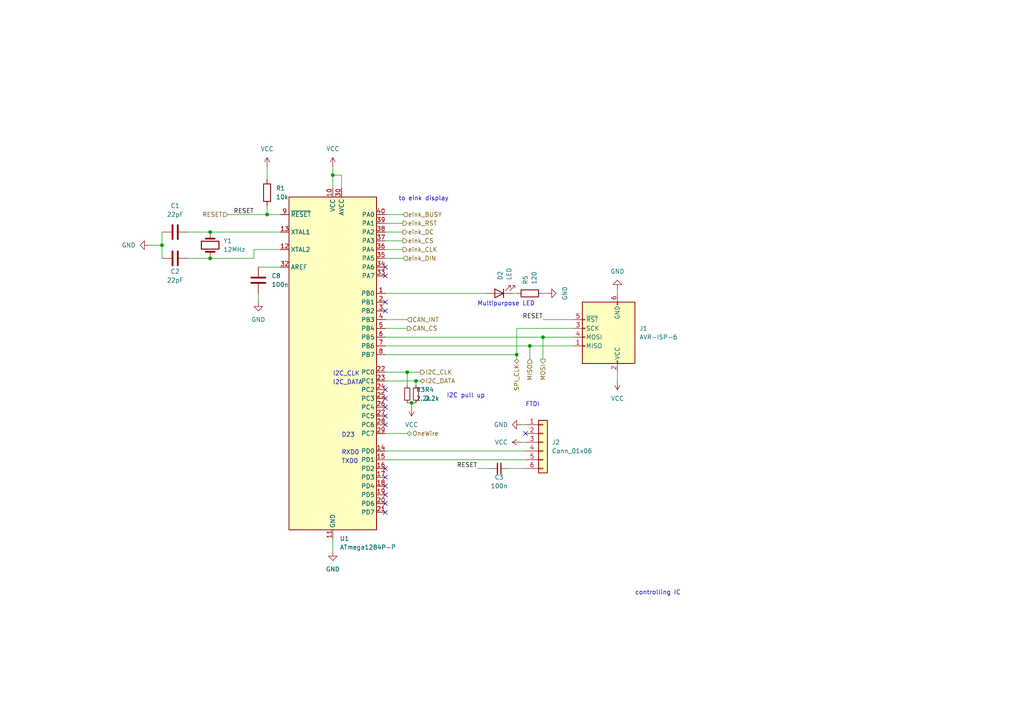
<source format=kicad_sch>
(kicad_sch (version 20211123) (generator eeschema)
  (paper "A4")
  (lib_symbols
    (symbol "Connector:AVR-ISP-6" (pin_names (offset 1.016))
      (property "Reference" "J" (at -6.35 11.43 0))
      (property "Value" "AVR-ISP-6" (at 0 11.43 0))
      (symbol "AVR-ISP-6_0_1"
        (rectangle (start -2.667 -6.858) (end -2.413 -7.62))
        (rectangle (start -2.667 10.16) (end -2.413 9.398))
        (rectangle (start 7.62 -2.413) (end 6.858 -2.667))
        (rectangle (start 7.62 0.127) (end 6.858 -0.127))
        (rectangle (start 7.62 2.667) (end 6.858 2.413))
        (rectangle (start 7.62 5.207) (end 6.858 4.953))
        (rectangle (start 7.62 10.16) (end -7.62 -7.62) (stroke (width 0.254)) (fill (type background)))
      )
      (symbol "AVR-ISP-6_1_1"
        (pin passive line (at 10.16 5.08 180) (length 2.54) (name "MISO") (number "1"))
        (pin passive line (at -2.54 12.7 270) (length 2.54) (name "VCC") (number "2"))
        (pin passive line (at 10.16 0 180) (length 2.54) (name "SCK") (number "3"))
        (pin passive line (at 10.16 2.54 180) (length 2.54) (name "MOSI") (number "4"))
        (pin passive line (at 10.16 -2.54 180) (length 2.54) (name "~{RST}") (number "5"))
        (pin passive line (at -2.54 -10.16 90) (length 2.54) (name "GND") (number "6"))
      )
    )
    (symbol "Connector_Generic:Conn_01x06" (pin_names (offset 1.016) hide)
      (property "Reference" "J" (at 0 7.62 0))
      (property "Value" "Conn_01x06" (at 0 -10.16 0))
      (symbol "Conn_01x06_1_1"
        (rectangle (start -1.27 -7.493) (end 0 -7.747) (stroke (width 0.1524)))
        (rectangle (start -1.27 -4.953) (end 0 -5.207) (stroke (width 0.1524)))
        (rectangle (start -1.27 -2.413) (end 0 -2.667) (stroke (width 0.1524)))
        (rectangle (start -1.27 0.127) (end 0 -0.127) (stroke (width 0.1524)))
        (rectangle (start -1.27 2.667) (end 0 2.413) (stroke (width 0.1524)))
        (rectangle (start -1.27 5.207) (end 0 4.953) (stroke (width 0.1524)))
        (rectangle (start -1.27 6.35) (end 1.27 -8.89) (stroke (width 0.254)) (fill (type background)))
        (pin passive line (at -5.08 5.08 0) (length 3.81) (name "Pin_1") (number "1"))
        (pin passive line (at -5.08 2.54 0) (length 3.81) (name "Pin_2") (number "2"))
        (pin passive line (at -5.08 0 0) (length 3.81) (name "Pin_3") (number "3"))
        (pin passive line (at -5.08 -2.54 0) (length 3.81) (name "Pin_4") (number "4"))
        (pin passive line (at -5.08 -5.08 0) (length 3.81) (name "Pin_5") (number "5"))
        (pin passive line (at -5.08 -7.62 0) (length 3.81) (name "Pin_6") (number "6"))
      )
    )
    (symbol "Device:C" (pin_numbers hide) (pin_names (offset 0.254))
      (property "Reference" "C" (at 0.635 2.54 0))
      (property "Value" "C" (at 0.635 -2.54 0))
      (symbol "C_0_1"
        (polyline (pts (xy -2.032 -0.762) (xy 2.032 -0.762)) (stroke (width 0.508)))
        (polyline (pts (xy -2.032 0.762) (xy 2.032 0.762)) (stroke (width 0.508)))
      )
      (symbol "C_1_1"
        (pin passive line (at 0 3.81 270) (length 2.794) (name "~") (number "1"))
        (pin passive line (at 0 -3.81 90) (length 2.794) (name "~") (number "2"))
      )
    )
    (symbol "Device:C_Small" (pin_numbers hide) (pin_names (offset 0.254) hide)
      (property "Reference" "C" (at 0.254 1.778 0))
      (property "Value" "C_Small" (at 0.254 -2.032 0))
      (symbol "C_Small_0_1"
        (polyline (pts (xy -1.524 -0.508) (xy 1.524 -0.508)) (stroke (width 0.3302)))
        (polyline (pts (xy -1.524 0.508) (xy 1.524 0.508)) (stroke (width 0.3048)))
      )
      (symbol "C_Small_1_1"
        (pin passive line (at 0 2.54 270) (length 2.032) (name "~") (number "1"))
        (pin passive line (at 0 -2.54 90) (length 2.032) (name "~") (number "2"))
      )
    )
    (symbol "Device:Crystal" (pin_numbers hide) (pin_names (offset 1.016) hide)
      (property "Reference" "Y" (at 0 3.81 0))
      (property "Value" "Crystal" (at 0 -3.81 0))
      (symbol "Crystal_0_1"
        (rectangle (start -1.143 2.54) (end 1.143 -2.54) (stroke (width 0.3048)))
        (polyline (pts (xy -2.54 0) (xy -1.905 0)))
        (polyline (pts (xy -1.905 -1.27) (xy -1.905 1.27)) (stroke (width 0.508)))
        (polyline (pts (xy 1.905 -1.27) (xy 1.905 1.27)) (stroke (width 0.508)))
        (polyline (pts (xy 2.54 0) (xy 1.905 0)))
      )
      (symbol "Crystal_1_1"
        (pin passive line (at -3.81 0 0) (length 1.27) (name "1") (number "1"))
        (pin passive line (at 3.81 0 180) (length 1.27) (name "2") (number "2"))
      )
    )
    (symbol "Device:LED" (pin_numbers hide) (pin_names (offset 1.016) hide)
      (property "Reference" "D" (at 0 2.54 0))
      (property "Value" "LED" (at 0 -2.54 0))
      (symbol "LED_0_1"
        (polyline (pts (xy -1.27 -1.27) (xy -1.27 1.27)) (stroke (width 0.254)))
        (polyline (pts (xy -1.27 0) (xy 1.27 0)))
        (polyline (pts (xy 1.27 -1.27) (xy 1.27 1.27) (xy -1.27 0) (xy 1.27 -1.27)) (stroke (width 0.254)))
        (polyline (pts (xy -3.048 -0.762) (xy -4.572 -2.286) (xy -3.81 -2.286) (xy -4.572 -2.286) (xy -4.572 -1.524)))
        (polyline (pts (xy -1.778 -0.762) (xy -3.302 -2.286) (xy -2.54 -2.286) (xy -3.302 -2.286) (xy -3.302 -1.524)))
      )
      (symbol "LED_1_1"
        (pin passive line (at -3.81 0 0) (length 2.54) (name "K") (number "1"))
        (pin passive line (at 3.81 0 180) (length 2.54) (name "A") (number "2"))
      )
    )
    (symbol "Device:R" (pin_numbers hide) (pin_names (offset 0))
      (property "Reference" "R" (at 2.032 0 90))
      (property "Value" "R" (at 0 0 90))
      (symbol "R_0_1"
        (rectangle (start -1.016 -2.54) (end 1.016 2.54) (stroke (width 0.254)))
      )
      (symbol "R_1_1"
        (pin passive line (at 0 3.81 270) (length 1.27) (name "~") (number "1"))
        (pin passive line (at 0 -3.81 90) (length 1.27) (name "~") (number "2"))
      )
    )
    (symbol "Device:R_Small" (pin_numbers hide) (pin_names (offset 0.254) hide)
      (property "Reference" "R" (at 0.762 0.508 0))
      (property "Value" "R_Small" (at 0.762 -1.016 0))
      (symbol "R_Small_0_1"
        (rectangle (start -0.762 1.778) (end 0.762 -1.778) (stroke (width 0.2032)))
      )
      (symbol "R_Small_1_1"
        (pin passive line (at 0 2.54 270) (length 0.762) (name "~") (number "1"))
        (pin passive line (at 0 -2.54 90) (length 0.762) (name "~") (number "2"))
      )
    )
    (symbol "MCU_Microchip_ATmega:ATmega1284P-P"
      (property "Reference" "U" (at -12.7 49.53 0))
      (property "Value" "ATmega1284P-P" (at 2.54 -49.53 0))
      (symbol "ATmega1284P-P_0_1"
        (rectangle (start -12.7 -48.26) (end 12.7 48.26) (stroke (width 0.254)) (fill (type background)))
      )
      (symbol "ATmega1284P-P_1_1"
        (pin bidirectional line (at 15.24 20.32 180) (length 2.54) (name "PB0") (number "1"))
        (pin power_in line (at 0 50.8 270) (length 2.54) (name "VCC") (number "10"))
        (pin power_in line (at 0 -50.8 90) (length 2.54) (name "GND") (number "11"))
        (pin output line (at -15.24 33.02 0) (length 2.54) (name "XTAL2") (number "12"))
        (pin input line (at -15.24 38.1 0) (length 2.54) (name "XTAL1") (number "13"))
        (pin bidirectional line (at 15.24 -25.4 180) (length 2.54) (name "PD0") (number "14"))
        (pin bidirectional line (at 15.24 -27.94 180) (length 2.54) (name "PD1") (number "15"))
        (pin bidirectional line (at 15.24 -30.48 180) (length 2.54) (name "PD2") (number "16"))
        (pin bidirectional line (at 15.24 -33.02 180) (length 2.54) (name "PD3") (number "17"))
        (pin bidirectional line (at 15.24 -35.56 180) (length 2.54) (name "PD4") (number "18"))
        (pin bidirectional line (at 15.24 -38.1 180) (length 2.54) (name "PD5") (number "19"))
        (pin bidirectional line (at 15.24 17.78 180) (length 2.54) (name "PB1") (number "2"))
        (pin bidirectional line (at 15.24 -40.64 180) (length 2.54) (name "PD6") (number "20"))
        (pin bidirectional line (at 15.24 -43.18 180) (length 2.54) (name "PD7") (number "21"))
        (pin bidirectional line (at 15.24 -2.54 180) (length 2.54) (name "PC0") (number "22"))
        (pin bidirectional line (at 15.24 -5.08 180) (length 2.54) (name "PC1") (number "23"))
        (pin bidirectional line (at 15.24 -7.62 180) (length 2.54) (name "PC2") (number "24"))
        (pin bidirectional line (at 15.24 -10.16 180) (length 2.54) (name "PC3") (number "25"))
        (pin bidirectional line (at 15.24 -12.7 180) (length 2.54) (name "PC4") (number "26"))
        (pin bidirectional line (at 15.24 -15.24 180) (length 2.54) (name "PC5") (number "27"))
        (pin bidirectional line (at 15.24 -17.78 180) (length 2.54) (name "PC6") (number "28"))
        (pin bidirectional line (at 15.24 -20.32 180) (length 2.54) (name "PC7") (number "29"))
        (pin bidirectional line (at 15.24 15.24 180) (length 2.54) (name "PB2") (number "3"))
        (pin power_in line (at 2.54 50.8 270) (length 2.54) (name "AVCC") (number "30"))
        (pin passive line (at 0 -50.8 90) (length 2.54) hide (name "GND") (number "31"))
        (pin passive line (at -15.24 27.94 0) (length 2.54) (name "AREF") (number "32"))
        (pin bidirectional line (at 15.24 25.4 180) (length 2.54) (name "PA7") (number "33"))
        (pin bidirectional line (at 15.24 27.94 180) (length 2.54) (name "PA6") (number "34"))
        (pin bidirectional line (at 15.24 30.48 180) (length 2.54) (name "PA5") (number "35"))
        (pin bidirectional line (at 15.24 33.02 180) (length 2.54) (name "PA4") (number "36"))
        (pin bidirectional line (at 15.24 35.56 180) (length 2.54) (name "PA3") (number "37"))
        (pin bidirectional line (at 15.24 38.1 180) (length 2.54) (name "PA2") (number "38"))
        (pin bidirectional line (at 15.24 40.64 180) (length 2.54) (name "PA1") (number "39"))
        (pin bidirectional line (at 15.24 12.7 180) (length 2.54) (name "PB3") (number "4"))
        (pin bidirectional line (at 15.24 43.18 180) (length 2.54) (name "PA0") (number "40"))
        (pin bidirectional line (at 15.24 10.16 180) (length 2.54) (name "PB4") (number "5"))
        (pin bidirectional line (at 15.24 7.62 180) (length 2.54) (name "PB5") (number "6"))
        (pin bidirectional line (at 15.24 5.08 180) (length 2.54) (name "PB6") (number "7"))
        (pin bidirectional line (at 15.24 2.54 180) (length 2.54) (name "PB7") (number "8"))
        (pin input line (at -15.24 43.18 0) (length 2.54) (name "~{RESET}") (number "9"))
      )
    )
    (symbol "power:GND" (power) (pin_names (offset 0))
      (property "Value" "GND" (at 0 -3.81 0))
      (symbol "GND_0_1"
        (polyline (pts (xy 0 0) (xy 0 -1.27) (xy 1.27 -1.27) (xy 0 -2.54) (xy -1.27 -1.27) (xy 0 -1.27)))
      )
      (symbol "GND_1_1"
        (pin power_in line (at 0 0 270) (length 0) hide (name "GND") (number "1"))
      )
    )
    (symbol "power:VCC" (power) (pin_names (offset 0))
      (property "Value" "VCC" (at 0 3.81 0))
      (symbol "VCC_0_1"
        (polyline (pts (xy -0.762 1.27) (xy 0 2.54)))
        (polyline (pts (xy 0 0) (xy 0 2.54)))
        (polyline (pts (xy 0 2.54) (xy 0.762 1.27)))
      )
      (symbol "VCC_1_1"
        (pin power_in line (at 0 0 90) (length 0) hide (name "VCC") (number "1"))
      )
    )
  )
  (junction (at 157.48 97.79))
  (junction (at 118.11 107.95))
  (junction (at 60.96 67.31))
  (junction (at 96.52 50.8))
  (junction (at 119.38 116.84))
  (junction (at 46.99 71.12))
  (junction (at 153.67 100.33))
  (junction (at 120.65 110.49))
  (junction (at 60.96 74.93))
  (junction (at 149.86 102.87))
  (junction (at 77.47 62.23))
  (no_connect (at 111.76 123.19))
  (no_connect (at 111.76 143.51))
  (no_connect (at 111.76 87.63))
  (no_connect (at 111.76 135.89))
  (no_connect (at 152.4 125.73))
  (no_connect (at 111.76 140.97))
  (no_connect (at 111.76 120.65))
  (no_connect (at 111.76 146.05))
  (no_connect (at 111.76 90.17))
  (no_connect (at 111.76 138.43))
  (no_connect (at 111.76 118.11))
  (no_connect (at 111.76 115.57))
  (no_connect (at 111.76 148.59))
  (no_connect (at 111.76 80.01))
  (no_connect (at 111.76 77.47))
  (no_connect (at 111.76 113.03))
  (wire (pts (xy 179.07 83.82) (xy 179.07 85.09)))
  (wire (pts (xy 96.52 48.26) (xy 96.52 50.8)))
  (wire (pts (xy 43.18 71.12) (xy 46.99 71.12)))
  (wire (pts (xy 111.76 110.49) (xy 120.65 110.49)))
  (wire (pts (xy 111.76 107.95) (xy 118.11 107.95)))
  (wire (pts (xy 118.11 107.95) (xy 121.92 107.95)))
  (wire (pts (xy 60.96 67.31) (xy 81.28 67.31)))
  (wire (pts (xy 111.76 69.85) (xy 116.84 69.85)))
  (wire (pts (xy 81.28 72.39) (xy 73.66 72.39)))
  (wire (pts (xy 111.76 130.81) (xy 152.4 130.81)))
  (wire (pts (xy 153.67 100.33) (xy 166.37 100.33)))
  (wire (pts (xy 66.04 62.23) (xy 77.47 62.23)))
  (wire (pts (xy 54.61 74.93) (xy 60.96 74.93)))
  (wire (pts (xy 99.06 50.8) (xy 96.52 50.8)))
  (wire (pts (xy 73.66 74.93) (xy 60.96 74.93)))
  (wire (pts (xy 157.48 97.79) (xy 166.37 97.79)))
  (wire (pts (xy 96.52 156.21) (xy 96.52 160.02)))
  (wire (pts (xy 77.47 62.23) (xy 81.28 62.23)))
  (wire (pts (xy 77.47 48.26) (xy 77.47 52.07)))
  (wire (pts (xy 99.06 54.61) (xy 99.06 50.8)))
  (wire (pts (xy 147.32 135.89) (xy 152.4 135.89)))
  (wire (pts (xy 179.07 107.95) (xy 179.07 110.49)))
  (wire (pts (xy 111.76 67.31) (xy 116.84 67.31)))
  (wire (pts (xy 73.66 72.39) (xy 73.66 74.93)))
  (wire (pts (xy 111.76 95.25) (xy 118.11 95.25)))
  (wire (pts (xy 111.76 85.09) (xy 140.97 85.09)))
  (wire (pts (xy 111.76 92.71) (xy 118.11 92.71)))
  (wire (pts (xy 148.59 85.09) (xy 149.86 85.09)))
  (wire (pts (xy 111.76 74.93) (xy 116.84 74.93)))
  (wire (pts (xy 74.93 85.09) (xy 74.93 87.63)))
  (wire (pts (xy 119.38 116.84) (xy 120.65 116.84)))
  (wire (pts (xy 118.11 116.84) (xy 119.38 116.84)))
  (wire (pts (xy 157.48 92.71) (xy 166.37 92.71)))
  (wire (pts (xy 111.76 62.23) (xy 116.84 62.23)))
  (wire (pts (xy 54.61 67.31) (xy 60.96 67.31)))
  (wire (pts (xy 153.67 100.33) (xy 153.67 104.14)))
  (wire (pts (xy 119.38 116.84) (xy 119.38 118.11)))
  (wire (pts (xy 77.47 59.69) (xy 77.47 62.23)))
  (wire (pts (xy 111.76 102.87) (xy 149.86 102.87)))
  (wire (pts (xy 157.48 97.79) (xy 157.48 104.14)))
  (wire (pts (xy 46.99 67.31) (xy 46.99 71.12)))
  (wire (pts (xy 111.76 100.33) (xy 153.67 100.33)))
  (wire (pts (xy 151.13 123.19) (xy 152.4 123.19)))
  (wire (pts (xy 111.76 72.39) (xy 116.84 72.39)))
  (wire (pts (xy 149.86 102.87) (xy 149.86 104.14)))
  (wire (pts (xy 111.76 97.79) (xy 157.48 97.79)))
  (wire (pts (xy 151.13 128.27) (xy 152.4 128.27)))
  (wire (pts (xy 120.65 110.49) (xy 120.65 111.76)))
  (wire (pts (xy 120.65 110.49) (xy 121.92 110.49)))
  (wire (pts (xy 157.48 85.09) (xy 158.75 85.09)))
  (wire (pts (xy 149.86 102.87) (xy 149.86 95.25)))
  (wire (pts (xy 111.76 125.73) (xy 118.11 125.73)))
  (wire (pts (xy 111.76 64.77) (xy 116.84 64.77)))
  (wire (pts (xy 96.52 50.8) (xy 96.52 54.61)))
  (wire (pts (xy 74.93 77.47) (xy 81.28 77.47)))
  (wire (pts (xy 138.43 135.89) (xy 142.24 135.89)))
  (wire (pts (xy 111.76 133.35) (xy 152.4 133.35)))
  (wire (pts (xy 46.99 71.12) (xy 46.99 74.93)))
  (wire (pts (xy 149.86 95.25) (xy 166.37 95.25)))
  (wire (pts (xy 118.11 107.95) (xy 118.11 111.76)))
  (text "I2C pull up" (at 129.54 115.57 0) (effects (font (size 1.27 1.27)) (justify left bottom)))
  (text "Multipurpose LED" (at 138.43 88.9 0) (effects (font (size 1.27 1.27)) (justify left bottom)))
  (text "I2C_DATA" (at 96.52 111.76 0) (effects (font (size 1.27 1.27)) (justify left bottom)))
  (text "to eink display" (at 115.57 58.42 0) (effects (font (size 1.27 1.27)) (justify left bottom)))
  (text "FTDI" (at 152.4 118.11 0) (effects (font (size 1.27 1.27)) (justify left bottom)))
  (text "TXD0" (at 99.06 134.62 0) (effects (font (size 1.27 1.27)) (justify left bottom)))
  (text "D23" (at 99.06 127 0) (effects (font (size 1.27 1.27)) (justify left bottom)))
  (text "controlling IC" (at 184.15 172.72 0) (effects (font (size 1.27 1.27)) (justify left bottom)))
  (text "RXD0" (at 99.06 132.08 0) (effects (font (size 1.27 1.27)) (justify left bottom)))
  (text "I2C_CLK" (at 96.52 109.22 0) (effects (font (size 1.27 1.27)) (justify left bottom)))
  (label "RESET" (at 73.66 62.23 180))
  (label "RESET" (at 138.43 135.89 180))
  (label "RESET" (at 157.48 92.71 180))
  (hierarchical_label "CAN_INT" (shape input) (at 118.11 92.71 0))
  (hierarchical_label "MISO" (shape input) (at 153.67 104.14 270))
  (hierarchical_label "SPI_CLK" (shape bidirectional) (at 149.86 104.14 270))
  (hierarchical_label "eink_DIN" (shape input) (at 116.84 74.93 0))
  (hierarchical_label "I2C_CLK" (shape output) (at 121.92 107.95 0))
  (hierarchical_label "MOSI" (shape output) (at 157.48 104.14 270))
  (hierarchical_label "eink_CS" (shape output) (at 116.84 69.85 0))
  (hierarchical_label "OneWire" (shape bidirectional) (at 118.11 125.73 0))
  (hierarchical_label "RESET" (shape input) (at 66.04 62.23 180))
  (hierarchical_label "eink_BUSY" (shape input) (at 116.84 62.23 0))
  (hierarchical_label "CAN_CS" (shape output) (at 118.11 95.25 0))
  (hierarchical_label "eink_DC" (shape output) (at 116.84 67.31 0))
  (hierarchical_label "eink_CLK" (shape output) (at 116.84 72.39 0))
  (hierarchical_label "I2C_DATA" (shape bidirectional) (at 121.92 110.49 0))
  (hierarchical_label "eink_RST" (shape output) (at 116.84 64.77 0))
  (symbol (lib_id "Device:C") (at 50.8 67.31 90) (unit 1)
    (property "Reference" "C1" (at 50.8 59.69 90))
    (property "Value" "22pF" (at 50.8 62.23 90))
    (property "Footprint" "Capacitor_SMD:C_1206_3216Metric_Pad1.33x1.80mm_HandSolder" (effects hide))
  )
  (symbol (lib_id "power:VCC") (at 119.38 118.11 180) (unit 1)
    (property "Reference" "#PWR037" (effects hide))
    (property "Value" "VCC" (at 119.38 123.19 0))
  )
  (symbol (lib_id "Device:LED") (at 144.78 85.09 180) (unit 1)
    (property "Reference" "D2" (at 145.0974 81.28 90) (effects (justify right)))
    (property "Value" "LED" (at 147.6374 81.28 90) (effects (justify right)))
    (property "Footprint" "LED_SMD:LED_1206_3216Metric_Pad1.42x1.75mm_HandSolder" (effects hide))
  )
  (symbol (lib_id "Connector_Generic:Conn_01x06") (at 157.48 128.27 0) (unit 1)
    (property "Reference" "J2" (at 160.02 128.2699 0) (effects (justify left)))
    (property "Value" "Conn_01x06" (at 160.02 130.8099 0) (effects (justify left)))
    (property "Footprint" "Connector_PinSocket_2.54mm:PinSocket_1x06_P2.54mm_Vertical" (effects hide))
  )
  (symbol (lib_id "power:VCC") (at 77.47 48.26 0) (unit 1)
    (property "Reference" "#PWR024" (effects hide))
    (property "Value" "VCC" (at 77.47 43.18 0))
  )
  (symbol (lib_id "power:VCC") (at 151.13 128.27 90) (unit 1)
    (property "Reference" "#PWR020" (effects hide))
    (property "Value" "VCC" (at 147.32 128.2699 90) (effects (justify left)))
  )
  (symbol (lib_id "Device:Crystal") (at 60.96 71.12 90) (unit 1)
    (property "Reference" "Y1" (at 64.77 69.8499 90) (effects (justify right)))
    (property "Value" "12MHz" (at 64.77 72.3899 90) (effects (justify right)))
    (property "Footprint" "Crystal:Crystal_SMD_HC49-SD_HandSoldering" (effects hide))
  )
  (symbol (lib_id "MCU_Microchip_ATmega:ATmega1284P-P") (at 96.52 105.41 0) (unit 1)
    (property "Reference" "U1" (at 98.5394 156.21 0) (effects (justify left)))
    (property "Value" "ATmega1284P-P" (at 98.5394 158.75 0) (effects (justify left)))
    (property "Footprint" "Package_DIP:DIP-40_W15.24mm" (effects hide))
    (property "Datasheet" "http://ww1.microchip.com/downloads/en/DeviceDoc/Atmel-8272-8-bit-AVR-microcontroller-ATmega164A_PA-324A_PA-644A_PA-1284_P_datasheet.pdf" (effects hide))
  )
  (symbol (lib_id "power:GND") (at 43.18 71.12 270) (unit 1)
    (property "Reference" "#PWR01" (effects hide))
    (property "Value" "GND" (at 39.37 71.1199 90) (effects (justify right)))
  )
  (symbol (lib_id "power:GND") (at 74.93 87.63 0) (unit 1)
    (property "Reference" "#PWR021" (effects hide))
    (property "Value" "GND" (at 74.93 92.71 0))
  )
  (symbol (lib_id "power:GND") (at 158.75 85.09 90) (unit 1)
    (property "Reference" "#PWR040" (effects hide))
    (property "Value" "GND" (at 163.83 85.09 0))
  )
  (symbol (lib_id "Device:C") (at 50.8 74.93 90) (unit 1)
    (property "Reference" "C2" (at 50.8 78.74 90))
    (property "Value" "22pF" (at 50.8 81.28 90))
    (property "Footprint" "Capacitor_SMD:C_1206_3216Metric_Pad1.33x1.80mm_HandSolder" (effects hide))
  )
  (symbol (lib_id "Device:C_Small") (at 144.78 135.89 270) (unit 1)
    (property "Reference" "C3" (at 144.78 138.43 90))
    (property "Value" "100n" (at 144.78 140.97 90))
    (property "Footprint" "Capacitor_SMD:C_1206_3216Metric_Pad1.33x1.80mm_HandSolder" (effects hide))
  )
  (symbol (lib_id "Device:R_Small") (at 118.11 114.3 0) (unit 1)
    (property "Reference" "R3" (at 120.65 113.0299 0) (effects (justify left)))
    (property "Value" "2.2k" (at 120.65 115.5699 0) (effects (justify left)))
    (property "Footprint" "Resistor_SMD:R_1206_3216Metric_Pad1.30x1.75mm_HandSolder" (effects hide))
  )
  (symbol (lib_id "power:VCC") (at 96.52 48.26 0) (unit 1)
    (property "Reference" "#PWR025" (effects hide))
    (property "Value" "VCC" (at 96.52 43.18 0))
  )
  (symbol (lib_id "power:GND") (at 179.07 83.82 180) (unit 1)
    (property "Reference" "#PWR02" (effects hide))
    (property "Value" "GND" (at 179.07 78.74 0))
  )
  (symbol (lib_id "Device:R") (at 77.47 55.88 0) (unit 1)
    (property "Reference" "R1" (at 80.01 54.6099 0) (effects (justify left)))
    (property "Value" "10k" (at 80.01 57.1499 0) (effects (justify left)))
    (property "Footprint" "Resistor_SMD:R_1206_3216Metric_Pad1.30x1.75mm_HandSolder" (effects hide))
  )
  (symbol (lib_id "Connector:AVR-ISP-6") (at 176.53 95.25 180) (unit 1)
    (property "Reference" "J1" (at 185.42 95.2499 0) (effects (justify right)))
    (property "Value" "AVR-ISP-6" (at 185.42 97.7899 0) (effects (justify right)))
    (property "Footprint" "Connector_PinSocket_2.54mm:PinSocket_2x03_P2.54mm_Vertical" (effects hide))
    (property "Datasheet" " ~" (effects hide))
  )
  (symbol (lib_id "power:VCC") (at 179.07 110.49 180) (unit 1)
    (property "Reference" "#PWR038" (effects hide))
    (property "Value" "VCC" (at 179.07 115.57 0))
  )
  (symbol (lib_id "power:GND") (at 96.52 160.02 0) (unit 1)
    (property "Reference" "#PWR036" (effects hide))
    (property "Value" "GND" (at 96.52 165.1 0))
  )
  (symbol (lib_id "Device:R_Small") (at 120.65 114.3 0) (unit 1)
    (property "Reference" "R4" (at 123.19 113.0299 0) (effects (justify left)))
    (property "Value" "2.2k" (at 123.19 115.5699 0) (effects (justify left)))
    (property "Footprint" "Resistor_SMD:R_1206_3216Metric_Pad1.30x1.75mm_HandSolder" (effects hide))
  )
  (symbol (lib_id "Device:C") (at 74.93 81.28 0) (unit 1)
    (property "Reference" "C8" (at 78.74 80.0099 0) (effects (justify left)))
    (property "Value" "100n" (at 78.74 82.5499 0) (effects (justify left)))
    (property "Footprint" "Capacitor_SMD:C_1206_3216Metric_Pad1.33x1.80mm_HandSolder" (effects hide))
  )
  (symbol (lib_id "Device:R") (at 153.67 85.09 90) (unit 1)
    (property "Reference" "R5" (at 152.3999 82.55 0) (effects (justify left)))
    (property "Value" "120" (at 154.9399 82.55 0) (effects (justify left)))
    (property "Footprint" "Resistor_SMD:R_1206_3216Metric_Pad1.30x1.75mm_HandSolder" (effects hide))
  )
  (symbol (lib_id "power:GND") (at 151.13 123.19 270) (unit 1)
    (property "Reference" "#PWR03" (effects hide))
    (property "Value" "GND" (at 147.32 123.1899 90) (effects (justify right)))
  )
)
</source>
